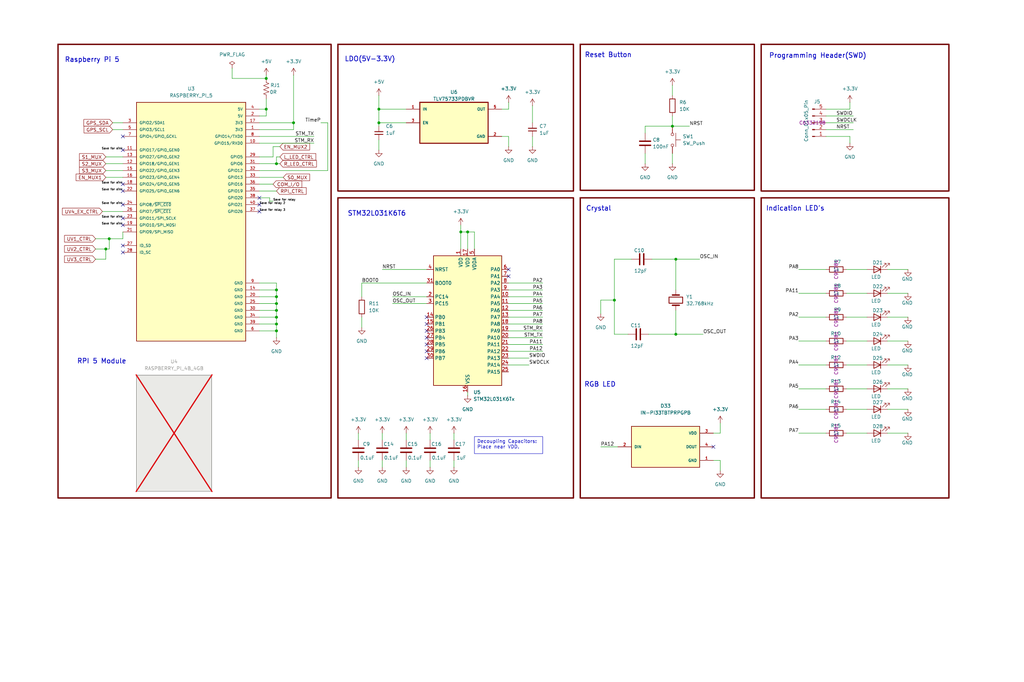
<source format=kicad_sch>
(kicad_sch (version 20250114) (generator "eeschema") (generator_version "9.0")
  (paper "User" 381 254)
  (lib_symbols
    (symbol "Connector:Conn_01x05_Pin" (pin_names (offset 1.016) (hide yes))
      (property "Reference" "J" (at 0 7.62 0))
      (property "Value" "Conn_01x05_Pin" (at 0 -7.62 0))
      (symbol "Conn_01x05_Pin_1_1"
        (pin passive line (at 5.08 5.08 180) (length 3.81) (name "Pin_1") (number "1"))
        (pin passive line (at 5.08 2.54 180) (length 3.81) (name "Pin_2") (number "2"))
        (pin passive line (at 5.08 0 180) (length 3.81) (name "Pin_3") (number "3"))
        (pin passive line (at 5.08 -2.54 180) (length 3.81) (name "Pin_4") (number "4"))
        (pin passive line (at 5.08 -5.08 180) (length 3.81) (name "Pin_5") (number "5"))
      )
    )
    (symbol "Device:C" (pin_numbers (hide yes)) (pin_names (offset 0.254))
      (property "Reference" "C" (at 0.635 2.54 0))
      (property "Value" "C" (at 0.635 -2.54 0))
      (symbol "C_1_1"
        (pin passive line (at 0 3.81 270) (length 2.794) (name "~") (number "1"))
        (pin passive line (at 0 -3.81 90) (length 2.794) (name "~") (number "2"))
      )
    )
    (symbol "Device:C_Small" (pin_numbers (hide yes)) (pin_names (offset 0.254) (hide yes))
      (property "Reference" "C" (at 0.254 1.778 0))
      (property "Value" "C_Small" (at 0.254 -2.032 0))
      (symbol "C_Small_1_1"
        (pin passive line (at 0 2.54 270) (length 2.032) (name "~") (number "1"))
        (pin passive line (at 0 -2.54 90) (length 2.032) (name "~") (number "2"))
      )
    )
    (symbol "Device:Crystal" (pin_numbers (hide yes)) (pin_names (offset 1.016) (hide yes))
      (property "Reference" "Y" (at 0 3.81 0))
      (property "Value" "Crystal" (at 0 -3.81 0))
      (symbol "Crystal_1_1"
        (pin passive line (at -3.81 0 0) (length 1.27) (name "1") (number "1"))
        (pin passive line (at 3.81 0 180) (length 1.27) (name "2") (number "2"))
      )
    )
    (symbol "Device:LED" (pin_numbers (hide yes)) (pin_names (offset 1.016) (hide yes))
      (property "Reference" "D" (at 0 2.54 0))
      (property "Value" "LED" (at 0 -2.54 0))
      (symbol "LED_1_1"
        (pin passive line (at -3.81 0 0) (length 2.54) (name "K") (number "1"))
        (pin passive line (at 3.81 0 180) (length 2.54) (name "A") (number "2"))
      )
    )
    (symbol "Device:R" (pin_numbers (hide yes)) (pin_names (offset 0))
      (property "Reference" "R" (at 2.032 0 90))
      (property "Value" "R" (at 0 0 90))
      (symbol "R_1_1"
        (pin passive line (at 0 3.81 270) (length 1.27) (name "~") (number "1"))
        (pin passive line (at 0 -3.81 90) (length 1.27) (name "~") (number "2"))
      )
    )
    (symbol "Device:R_US" (pin_numbers (hide yes)) (pin_names (offset 0))
      (property "Reference" "R" (at 2.54 0 90))
      (property "Value" "R_US" (at -2.54 0 90))
      (symbol "R_US_1_1"
        (pin passive line (at 0 3.81 270) (length 1.27) (name "~") (number "1"))
        (pin passive line (at 0 -3.81 90) (length 1.27) (name "~") (number "2"))
      )
    )
    (symbol "IN-PI33TBTPRPGPB:IN-PI33TBTPRPGPB" (pin_names (offset 1.016))
      (property "Reference" "D" (at -12.7 7.62 0))
      (property "Value" "IN-PI33TBTPRPGPB" (at -12.7 -10.16 0))
      (symbol "IN-PI33TBTPRPGPB_0_0"
        (pin input line (at -17.78 0 0) (length 5.08) (name "DIN") (number "2"))
        (pin power_in line (at 17.78 5.08 180) (length 5.08) (name "VDD") (number "3"))
        (pin output line (at 17.78 0 180) (length 5.08) (name "DOUT") (number "4"))
        (pin power_in line (at 17.78 -5.08 180) (length 5.08) (name "GND") (number "1"))
      )
    )
    (symbol "MCU_ST_STM32L0:STM32L031K6Tx"
      (property "Reference" "U" (at -12.7 26.67 0))
      (property "Value" "STM32L031K6Tx" (at 5.08 26.67 0))
      (symbol "STM32L031K6Tx_1_1"
        (pin input line (at -15.24 20.32 0) (length 2.54) (name "NRST") (number "4"))
        (pin input line (at -15.24 15.24 0) (length 2.54) (name "BOOT0") (number "31"))
        (pin bidirectional line (at -15.24 10.16 0) (length 2.54) (name "PC14") (number "2"))
        (pin bidirectional line (at -15.24 7.62 0) (length 2.54) (name "PC15") (number "3"))
        (pin bidirectional line (at -15.24 2.54 0) (length 2.54) (name "PB0") (number "14"))
        (pin bidirectional line (at -15.24 0 0) (length 2.54) (name "PB1") (number "15"))
        (pin bidirectional line (at -15.24 -2.54 0) (length 2.54) (name "PB3") (number "26"))
        (pin bidirectional line (at -15.24 -5.08 0) (length 2.54) (name "PB4") (number "27"))
        (pin bidirectional line (at -15.24 -7.62 0) (length 2.54) (name "PB5") (number "28"))
        (pin bidirectional line (at -15.24 -10.16 0) (length 2.54) (name "PB6") (number "29"))
        (pin bidirectional line (at -15.24 -12.7 0) (length 2.54) (name "PB7") (number "30"))
        (pin power_in line (at -2.54 27.94 270) (length 2.54) (name "VDD") (number "1"))
        (pin power_in line (at 0 27.94 270) (length 2.54) (name "VDD") (number "17"))
        (pin power_in line (at 0 -25.4 90) (length 2.54) (name "VSS") (number "16"))
        (pin passive line (at 0 -25.4 90) (length 2.54) (hide yes) (name "VSS") (number "32"))
        (pin power_in line (at 2.54 27.94 270) (length 2.54) (name "VDDA") (number "5"))
        (pin bidirectional line (at 15.24 20.32 180) (length 2.54) (name "PA0") (number "6"))
        (pin bidirectional line (at 15.24 17.78 180) (length 2.54) (name "PA1") (number "7"))
        (pin bidirectional line (at 15.24 15.24 180) (length 2.54) (name "PA2") (number "8"))
        (pin bidirectional line (at 15.24 12.7 180) (length 2.54) (name "PA3") (number "9"))
        (pin bidirectional line (at 15.24 10.16 180) (length 2.54) (name "PA4") (number "10"))
        (pin bidirectional line (at 15.24 7.62 180) (length 2.54) (name "PA5") (number "11"))
        (pin bidirectional line (at 15.24 5.08 180) (length 2.54) (name "PA6") (number "12"))
        (pin bidirectional line (at 15.24 2.54 180) (length 2.54) (name "PA7") (number "13"))
        (pin bidirectional line (at 15.24 0 180) (length 2.54) (name "PA8") (number "18"))
        (pin bidirectional line (at 15.24 -2.54 180) (length 2.54) (name "PA9") (number "19"))
        (pin bidirectional line (at 15.24 -5.08 180) (length 2.54) (name "PA10") (number "20"))
        (pin bidirectional line (at 15.24 -7.62 180) (length 2.54) (name "PA11") (number "21"))
        (pin bidirectional line (at 15.24 -10.16 180) (length 2.54) (name "PA12") (number "22"))
        (pin bidirectional line (at 15.24 -12.7 180) (length 2.54) (name "PA13") (number "23"))
        (pin bidirectional line (at 15.24 -15.24 180) (length 2.54) (name "PA14") (number "24"))
        (pin bidirectional line (at 15.24 -17.78 180) (length 2.54) (name "PA15") (number "25"))
      )
    )
    (symbol "RASPBERRY_PI_4B_4GB:RASPBERRY_PI_4B_4GB" (pin_names (offset 1.016))
      (property "Reference" "U1" (at 0 38.1 0))
      (property "Value" "RASPBERRY_PI_5" (at 0 35.56 0))
      (symbol "RASPBERRY_PI_4B_4GB_0_0"
        (pin bidirectional line (at -25.4 25.4 0) (length 5.08) (name "GPIO2/SDA1") (number "3"))
        (pin bidirectional line (at -25.4 22.86 0) (length 5.08) (name "GPIO3/SCL1") (number "5"))
        (pin bidirectional line (at -25.4 20.32 0) (length 5.08) (name "GPIO4/GPIO_GCKL") (number "7"))
        (pin bidirectional line (at -25.4 15.24 0) (length 5.08) (name "GPIO17/GPIO_GEN0") (number "11"))
        (pin bidirectional line (at -25.4 12.7 0) (length 5.08) (name "GPIO27/GPIO_GEN2") (number "13"))
        (pin bidirectional line (at -25.4 10.16 0) (length 5.08) (name "GPIO18/GPIO_GEN1") (number "12"))
        (pin bidirectional line (at -25.4 7.62 0) (length 5.08) (name "GPIO22/GPIO_GEN3") (number "15"))
        (pin bidirectional line (at -25.4 5.08 0) (length 5.08) (name "GPIO23/GPIO_GEN4") (number "16"))
        (pin bidirectional line (at -25.4 2.54 0) (length 5.08) (name "GPIO24/GPIO_GEN5") (number "18"))
        (pin bidirectional line (at -25.4 0 0) (length 5.08) (name "GPIO25/GPIO_GEN6") (number "22"))
        (pin bidirectional line (at -25.4 -5.08 0) (length 5.08) (name "GPIO8/~{SPI_CE0}") (number "24"))
        (pin bidirectional line (at -25.4 -7.62 0) (length 5.08) (name "GPIO7/~{SPI_CE1}") (number "26"))
        (pin bidirectional line (at -25.4 -10.16 0) (length 5.08) (name "GPIO11/SPI_SCLK") (number "23"))
        (pin bidirectional line (at -25.4 -12.7 0) (length 5.08) (name "GPIO10/SPI_MOSI") (number "19"))
        (pin bidirectional line (at -25.4 -15.24 0) (length 5.08) (name "GPIO9/SPI_MISO") (number "21"))
        (pin bidirectional line (at -25.4 -20.32 0) (length 5.08) (name "ID_SD") (number "27"))
        (pin bidirectional line (at -25.4 -22.86 0) (length 5.08) (name "ID_SC") (number "28"))
        (pin power_in line (at 25.4 30.48 180) (length 5.08) (name "5V") (number "4"))
        (pin power_in line (at 25.4 27.94 180) (length 5.08) (name "5V") (number "2"))
        (pin power_in line (at 25.4 25.4 180) (length 5.08) (name "3V3") (number "17"))
        (pin power_in line (at 25.4 22.86 180) (length 5.08) (name "3V3") (number "1"))
        (pin bidirectional line (at 25.4 20.32 180) (length 5.08) (name "GPIO14/TXD0") (number "8"))
        (pin bidirectional line (at 25.4 17.78 180) (length 5.08) (name "GPIO15/RXD0") (number "10"))
        (pin bidirectional line (at 25.4 12.7 180) (length 5.08) (name "GPIO5") (number "29"))
        (pin bidirectional line (at 25.4 10.16 180) (length 5.08) (name "GPIO6") (number "31"))
        (pin bidirectional line (at 25.4 7.62 180) (length 5.08) (name "GPIO12") (number "32"))
        (pin bidirectional line (at 25.4 5.08 180) (length 5.08) (name "GPIO13") (number "33"))
        (pin bidirectional line (at 25.4 2.54 180) (length 5.08) (name "GPIO16") (number "36"))
        (pin bidirectional line (at 25.4 0 180) (length 5.08) (name "GPIO19") (number "35"))
        (pin bidirectional line (at 25.4 -2.54 180) (length 5.08) (name "GPIO20") (number "38"))
        (pin bidirectional line (at 25.4 -5.08 180) (length 5.08) (name "GPIO21") (number "40"))
        (pin bidirectional line (at 25.4 -7.62 180) (length 5.08) (name "GPIO26") (number "37"))
        (pin power_in line (at 25.4 -34.29 180) (length 5.08) (name "GND") (number "9"))
        (pin power_in line (at 25.4 -36.83 180) (length 5.08) (name "GND") (number "14"))
        (pin power_in line (at 25.4 -39.37 180) (length 5.08) (name "GND") (number "20"))
        (pin power_in line (at 25.4 -41.91 180) (length 5.08) (name "GND") (number "25"))
        (pin power_in line (at 25.4 -44.45 180) (length 5.08) (name "GND") (number "30"))
        (pin power_in line (at 25.4 -46.99 180) (length 5.08) (name "GND") (number "34"))
        (pin power_in line (at 25.4 -49.53 180) (length 5.08) (name "GND") (number "39"))
        (pin power_in line (at 25.4 -52.07 180) (length 5.08) (name "GND") (number "6"))
      )
    )
    (symbol "RASPBERRY_PI_4B_4GB_1" (pin_names (offset 1.016))
      (property "Reference" "U4" (at 0 38.1 0))
      (property "Value" "RASPBERRY_PI_4B_4GB" (at 0 35.56 0))
    )
    (symbol "Switch:SW_Push" (pin_numbers (hide yes)) (pin_names (offset 1.016) (hide yes))
      (property "Reference" "SW7" (at -1.2701 3.81 90))
      (property "Value" "SW_Push" (at 1.2699 3.81 90))
      (symbol "SW_Push_1_1"
        (pin passive line (at -5.08 0 0) (length 2.54) (name "A") (number "A"))
        (pin passive line (at -5.08 0 0) (length 2.54) (name "B") (number "B"))
        (pin passive line (at 5.08 0 180) (length 2.54) (name "C") (number "C"))
        (pin passive line (at 5.08 0 180) (length 2.54) (name "D") (number "D"))
      )
    )
    (symbol "TLV75733PDBVR:TLV75733PDBVR" (pin_names (offset 1.016))
      (property "Reference" "U" (at -12.7 8.62 0))
      (property "Value" "TLV75733PDBVR" (at -12.7 -11.62 0))
      (symbol "TLV75733PDBVR_0_0"
        (pin input line (at -17.78 5.08 0) (length 5.08) (name "IN") (number "1"))
        (pin bidirectional line (at -17.78 0 0) (length 5.08) (name "EN") (number "3"))
        (pin output line (at 17.78 5.08 180) (length 5.08) (name "OUT") (number "5"))
        (pin power_in line (at 17.78 -5.08 180) (length 5.08) (name "GND") (number "2"))
      )
    )
    (symbol "power:+3.3V" (power) (pin_numbers (hide yes)) (pin_names (offset 0) (hide yes))
      (property "Value" "+3.3V" (at 0 3.556 0))
      (symbol "+3.3V_1_1"
        (pin power_in line (at 0 0 90) (length 0) (name "~") (number "1"))
      )
    )
    (symbol "power:+5V" (power) (pin_numbers (hide yes)) (pin_names (offset 0) (hide yes))
      (property "Value" "+5V" (at 0 3.556 0))
      (symbol "+5V_1_1"
        (pin power_in line (at 0 0 90) (length 0) (name "~") (number "1"))
      )
    )
    (symbol "power:GND" (power) (pin_numbers (hide yes)) (pin_names (offset 0) (hide yes))
      (property "Value" "GND" (at 0 -3.81 0))
      (symbol "GND_1_1"
        (pin power_in line (at 0 0 270) (length 0) (name "~") (number "1"))
      )
    )
    (symbol "power:PWR_FLAG" (power) (pin_numbers (hide yes)) (pin_names (offset 0) (hide yes))
      (property "Value" "PWR_FLAG" (at 0 3.81 0))
      (symbol "PWR_FLAG_0_0"
        (pin power_out line (at 0 0 90) (length 0) (name "~") (number "1"))
      )
    )
  )
  (rectangle (start 215.9 73.66) (end 280.67 185.42) (stroke (width 0.508) (color 110 0 0 1)))
  (rectangle (start 125.73 16.51) (end 213.36 71.12) (stroke (width 0.508) (color 110 0 0 1)))
  (rectangle (start 283.21 16.51) (end 353.06 71.12) (stroke (width 0.508) (color 110 0 0 1)))
  (rectangle (start 21.59 16.51) (end 123.19 185.42) (stroke (width 0.508) (color 110 0 0 1)))
  (rectangle (start 215.9 16.51) (end 280.67 70.866) (stroke (width 0.508) (color 110 0 0 1)))
  (rectangle (start 283.21 73.66) (end 353.06 185.42) (stroke (width 0.508) (color 110 0 0 1)))
  (rectangle (start 125.73 73.66) (end 213.36 185.42) (stroke (width 0.508) (color 110 0 0 1)))
  (text "RGB LED" (at 223.266 143.256 0) (effects (font (size 1.778 1.778) (thickness 0.254) (bold yes))))
  (text "RPI 5 Module\n" (at 37.846 134.62 0) (effects (font (size 1.778 1.778) (thickness 0.254) (bold yes))))
  (text "Raspberry Pi 5" (at 34.29 22.352 0) (effects (font (size 1.778 1.778) (thickness 0.254) (bold yes))))
  (text "LDO(5V-3.3V)\n" (at 137.668 22.098 0) (effects (font (size 1.778 1.778) (thickness 0.254) (bold yes))))
  (text "STM32L031K6T6\n\n" (at 140.208 81.026 0) (effects (font (size 1.778 1.778) (thickness 0.254) (bold yes))))
  (text "Reset Button" (at 226.314 20.574 0) (effects (font (size 1.778 1.778) (thickness 0.254) (bold yes))))
  (text "Indication LED's\n" (at 295.91 77.724 0) (effects (font (size 1.778 1.778) (thickness 0.254) (bold yes))))
  (text "Programming Header(SWD)" (at 304.292 20.828 0) (effects (font (size 1.778 1.778) (thickness 0.254) (bold yes))))
  (text "Crystal" (at 222.758 77.724 0) (effects (font (size 1.778 1.778) (thickness 0.254) (bold yes))))
  (text_box "Decoupling Capacitors: Place near VDD." (at 176.53 162.56 0) (size 25.4 6.35) (margins 0.9525 0.9525 0.9525 0.9525) (effects (font (size 1.27 1.27)) (justify left top)))
  (junction (at 102.87 113.03))
  (junction (at 99.06 29.21))
  (junction (at 102.87 120.65))
  (junction (at 102.87 110.49))
  (junction (at 173.99 86.36))
  (junction (at 251.46 124.46))
  (junction (at 140.97 40.64))
  (junction (at 102.87 115.57))
  (junction (at 99.06 40.64))
  (junction (at 171.45 86.36))
  (junction (at 102.87 107.95))
  (junction (at 102.87 123.19))
  (junction (at 251.46 96.52))
  (junction (at 250.19 46.99))
  (junction (at 109.22 45.72))
  (junction (at 228.6 111.76))
  (junction (at 39.37 92.71))
  (junction (at 102.87 118.11))
  (junction (at 102.87 60.96))
  (junction (at 40.64 88.9))
  (junction (at 140.97 45.72))
  (no_connect (at 96.52 78.74))
  (no_connect (at 45.72 55.88))
  (no_connect (at 158.75 120.65))
  (no_connect (at 158.75 123.19))
  (no_connect (at 158.75 133.35))
  (no_connect (at 158.75 118.11))
  (no_connect (at 158.75 130.81))
  (no_connect (at 45.72 83.82))
  (no_connect (at 45.72 76.2))
  (no_connect (at 96.52 76.2))
  (no_connect (at 45.72 50.8))
  (no_connect (at 158.75 128.27))
  (no_connect (at 189.23 102.87))
  (no_connect (at 45.72 81.28))
  (no_connect (at 45.72 71.12))
  (no_connect (at 45.72 93.98))
  (no_connect (at 265.43 166.37))
  (no_connect (at 158.75 125.73))
  (no_connect (at 45.72 91.44))
  (no_connect (at 189.23 100.33))
  (no_connect (at 96.52 73.66))
  (no_connect (at 45.72 68.58))
  (wire (pts (xy 228.6 96.52) (xy 234.95 96.52)))
  (wire (pts (xy 104.14 58.42) (xy 102.87 58.42)))
  (wire (pts (xy 297.18 135.89) (xy 307.34 135.89)))
  (wire (pts (xy 316.23 40.64) (xy 307.34 40.64)))
  (wire (pts (xy 314.96 135.89) (xy 322.58 135.89)))
  (wire (pts (xy 102.87 118.11) (xy 102.87 120.65)))
  (wire (pts (xy 96.52 43.18) (xy 99.06 43.18)))
  (wire (pts (xy 101.6 74.93) (xy 100.33 74.93)))
  (wire (pts (xy 101.6 68.58) (xy 96.52 68.58)))
  (wire (pts (xy 171.45 86.36) (xy 171.45 83.82)))
  (wire (pts (xy 96.52 105.41) (xy 102.87 105.41)))
  (wire (pts (xy 35.56 92.71) (xy 39.37 92.71)))
  (wire (pts (xy 250.19 57.15) (xy 250.19 60.96)))
  (wire (pts (xy 228.6 111.76) (xy 228.6 124.46)))
  (wire (pts (xy 330.2 161.29) (xy 337.82 161.29)))
  (wire (pts (xy 96.52 40.64) (xy 99.06 40.64)))
  (wire (pts (xy 240.03 57.15) (xy 240.03 60.96)))
  (wire (pts (xy 251.46 96.52) (xy 260.35 96.52)))
  (wire (pts (xy 96.52 53.34) (xy 116.84 53.34)))
  (wire (pts (xy 109.22 27.94) (xy 109.22 45.72)))
  (wire (pts (xy 134.62 118.11) (xy 134.62 121.92)))
  (wire (pts (xy 140.97 45.72) (xy 151.13 45.72)))
  (wire (pts (xy 314.96 127) (xy 322.58 127)))
  (wire (pts (xy 198.12 50.8) (xy 198.12 54.61)))
  (wire (pts (xy 121.92 45.72) (xy 119.38 45.72)))
  (wire (pts (xy 38.1 78.74) (xy 45.72 78.74)))
  (wire (pts (xy 40.64 92.71) (xy 40.64 88.9)))
  (wire (pts (xy 241.3 124.46) (xy 251.46 124.46)))
  (wire (pts (xy 140.97 52.07) (xy 140.97 55.88)))
  (wire (pts (xy 307.34 43.18) (xy 317.5 43.18)))
  (wire (pts (xy 314.96 109.22) (xy 322.58 109.22)))
  (wire (pts (xy 330.2 127) (xy 337.82 127)))
  (wire (pts (xy 96.52 113.03) (xy 102.87 113.03)))
  (wire (pts (xy 102.87 120.65) (xy 102.87 123.19)))
  (wire (pts (xy 186.69 50.8) (xy 189.23 50.8)))
  (wire (pts (xy 307.34 50.8) (xy 316.23 50.8)))
  (wire (pts (xy 86.36 25.4) (xy 86.36 29.21)))
  (wire (pts (xy 189.23 135.89) (xy 196.85 135.89)))
  (wire (pts (xy 307.34 48.26) (xy 317.5 48.26)))
  (wire (pts (xy 314.96 161.29) (xy 322.58 161.29)))
  (wire (pts (xy 99.06 43.18) (xy 99.06 40.64)))
  (wire (pts (xy 330.2 109.22) (xy 337.82 109.22)))
  (wire (pts (xy 171.45 86.36) (xy 171.45 92.71)))
  (wire (pts (xy 160.02 171.45) (xy 160.02 173.99)))
  (wire (pts (xy 45.72 88.9) (xy 45.72 86.36)))
  (wire (pts (xy 146.05 113.03) (xy 158.75 113.03)))
  (wire (pts (xy 39.37 96.52) (xy 39.37 92.71)))
  (wire (pts (xy 140.97 45.72) (xy 140.97 46.99)))
  (wire (pts (xy 330.2 118.11) (xy 337.82 118.11)))
  (wire (pts (xy 102.87 105.41) (xy 102.87 107.95)))
  (wire (pts (xy 297.18 161.29) (xy 307.34 161.29)))
  (wire (pts (xy 102.87 123.19) (xy 102.87 125.73)))
  (wire (pts (xy 198.12 39.37) (xy 198.12 45.72)))
  (wire (pts (xy 146.05 110.49) (xy 158.75 110.49)))
  (wire (pts (xy 330.2 100.33) (xy 337.82 100.33)))
  (wire (pts (xy 265.43 161.29) (xy 267.97 161.29)))
  (wire (pts (xy 267.97 157.48) (xy 267.97 161.29)))
  (wire (pts (xy 251.46 96.52) (xy 251.46 107.95)))
  (wire (pts (xy 250.19 46.99) (xy 256.54 46.99)))
  (wire (pts (xy 102.87 58.42) (xy 102.87 60.96)))
  (wire (pts (xy 223.52 111.76) (xy 223.52 116.84)))
  (wire (pts (xy 265.43 171.45) (xy 267.97 171.45)))
  (wire (pts (xy 96.52 45.72) (xy 109.22 45.72)))
  (wire (pts (xy 109.22 45.72) (xy 109.22 48.26)))
  (wire (pts (xy 41.91 45.72) (xy 45.72 45.72)))
  (wire (pts (xy 314.96 118.11) (xy 322.58 118.11)))
  (wire (pts (xy 297.18 118.11) (xy 307.34 118.11)))
  (wire (pts (xy 173.99 86.36) (xy 176.53 86.36)))
  (wire (pts (xy 223.52 111.76) (xy 228.6 111.76)))
  (wire (pts (xy 189.23 130.81) (xy 201.93 130.81)))
  (wire (pts (xy 96.52 71.12) (xy 102.87 71.12)))
  (wire (pts (xy 297.18 100.33) (xy 307.34 100.33)))
  (wire (pts (xy 240.03 49.53) (xy 240.03 46.99)))
  (wire (pts (xy 168.91 161.29) (xy 168.91 163.83)))
  (wire (pts (xy 250.19 31.75) (xy 250.19 35.56)))
  (wire (pts (xy 223.52 166.37) (xy 229.87 166.37)))
  (wire (pts (xy 39.37 66.04) (xy 45.72 66.04)))
  (wire (pts (xy 101.6 54.61) (xy 104.14 54.61)))
  (wire (pts (xy 134.62 105.41) (xy 158.75 105.41)))
  (wire (pts (xy 100.33 73.66) (xy 96.52 73.66)))
  (wire (pts (xy 39.37 60.96) (xy 45.72 60.96)))
  (wire (pts (xy 160.02 161.29) (xy 160.02 163.83)))
  (wire (pts (xy 96.52 110.49) (xy 102.87 110.49)))
  (wire (pts (xy 228.6 124.46) (xy 233.68 124.46)))
  (wire (pts (xy 168.91 171.45) (xy 168.91 173.99)))
  (wire (pts (xy 96.52 50.8) (xy 116.84 50.8)))
  (wire (pts (xy 316.23 50.8) (xy 316.23 53.34)))
  (wire (pts (xy 189.23 125.73) (xy 201.93 125.73)))
  (wire (pts (xy 96.52 115.57) (xy 102.87 115.57)))
  (wire (pts (xy 102.87 113.03) (xy 102.87 115.57)))
  (wire (pts (xy 242.57 96.52) (xy 251.46 96.52)))
  (wire (pts (xy 96.52 118.11) (xy 102.87 118.11)))
  (wire (pts (xy 201.93 110.49) (xy 189.23 110.49)))
  (wire (pts (xy 86.36 29.21) (xy 99.06 29.21)))
  (wire (pts (xy 102.87 115.57) (xy 102.87 118.11)))
  (wire (pts (xy 251.46 124.46) (xy 261.62 124.46)))
  (wire (pts (xy 39.37 63.5) (xy 45.72 63.5)))
  (wire (pts (xy 140.97 35.56) (xy 140.97 40.64)))
  (wire (pts (xy 133.35 171.45) (xy 133.35 173.99)))
  (wire (pts (xy 142.24 171.45) (xy 142.24 173.99)))
  (wire (pts (xy 201.93 128.27) (xy 189.23 128.27)))
  (wire (pts (xy 96.52 66.04) (xy 105.41 66.04)))
  (wire (pts (xy 102.87 60.96) (xy 104.14 60.96)))
  (wire (pts (xy 201.93 120.65) (xy 189.23 120.65)))
  (wire (pts (xy 297.18 127) (xy 307.34 127)))
  (wire (pts (xy 189.23 123.19) (xy 201.93 123.19)))
  (wire (pts (xy 121.92 45.72) (xy 121.92 63.5)))
  (wire (pts (xy 134.62 110.49) (xy 134.62 105.41)))
  (wire (pts (xy 40.64 88.9) (xy 45.72 88.9)))
  (wire (pts (xy 102.87 110.49) (xy 102.87 113.03)))
  (wire (pts (xy 102.87 107.95) (xy 102.87 110.49)))
  (wire (pts (xy 133.35 161.29) (xy 133.35 163.83)))
  (wire (pts (xy 201.93 118.11) (xy 189.23 118.11)))
  (wire (pts (xy 189.23 133.35) (xy 196.85 133.35)))
  (wire (pts (xy 99.06 40.64) (xy 99.06 36.83)))
  (wire (pts (xy 189.23 40.64) (xy 189.23 38.1)))
  (wire (pts (xy 314.96 144.78) (xy 322.58 144.78)))
  (wire (pts (xy 297.18 152.4) (xy 307.34 152.4)))
  (wire (pts (xy 201.93 113.03) (xy 189.23 113.03)))
  (wire (pts (xy 142.24 100.33) (xy 158.75 100.33)))
  (wire (pts (xy 100.33 74.93) (xy 100.33 73.66)))
  (wire (pts (xy 240.03 46.99) (xy 250.19 46.99)))
  (wire (pts (xy 109.22 48.26) (xy 96.52 48.26)))
  (wire (pts (xy 189.23 50.8) (xy 189.23 54.61)))
  (wire (pts (xy 35.56 96.52) (xy 39.37 96.52)))
  (wire (pts (xy 39.37 92.71) (xy 40.64 92.71)))
  (wire (pts (xy 330.2 152.4) (xy 337.82 152.4)))
  (wire (pts (xy 96.52 120.65) (xy 102.87 120.65)))
  (wire (pts (xy 101.6 58.42) (xy 96.52 58.42)))
  (wire (pts (xy 316.23 38.1) (xy 316.23 40.64)))
  (wire (pts (xy 140.97 40.64) (xy 151.13 40.64)))
  (wire (pts (xy 228.6 96.52) (xy 228.6 111.76)))
  (wire (pts (xy 96.52 60.96) (xy 102.87 60.96)))
  (wire (pts (xy 201.93 115.57) (xy 189.23 115.57)))
  (wire (pts (xy 330.2 144.78) (xy 337.82 144.78)))
  (wire (pts (xy 142.24 161.29) (xy 142.24 163.83)))
  (wire (pts (xy 173.99 146.05) (xy 173.99 147.32)))
  (wire (pts (xy 140.97 40.64) (xy 140.97 45.72)))
  (wire (pts (xy 176.53 86.36) (xy 176.53 92.71)))
  (wire (pts (xy 297.18 109.22) (xy 307.34 109.22)))
  (wire (pts (xy 201.93 105.41) (xy 189.23 105.41)))
  (wire (pts (xy 173.99 86.36) (xy 173.99 92.71)))
  (wire (pts (xy 251.46 115.57) (xy 251.46 124.46)))
  (wire (pts (xy 201.93 107.95) (xy 189.23 107.95)))
  (wire (pts (xy 314.96 100.33) (xy 322.58 100.33)))
  (wire (pts (xy 35.56 88.9) (xy 40.64 88.9)))
  (wire (pts (xy 99.06 29.21) (xy 99.06 27.94)))
  (wire (pts (xy 101.6 54.61) (xy 101.6 58.42)))
  (wire (pts (xy 151.13 161.29) (xy 151.13 163.83)))
  (wire (pts (xy 186.69 40.64) (xy 189.23 40.64)))
  (wire (pts (xy 96.52 107.95) (xy 102.87 107.95)))
  (wire (pts (xy 314.96 152.4) (xy 322.58 152.4)))
  (wire (pts (xy 41.91 48.26) (xy 45.72 48.26)))
  (wire (pts (xy 307.34 45.72) (xy 317.5 45.72)))
  (wire (pts (xy 96.52 63.5) (xy 121.92 63.5)))
  (wire (pts (xy 330.2 135.89) (xy 337.82 135.89)))
  (wire (pts (xy 151.13 171.45) (xy 151.13 173.99)))
  (wire (pts (xy 171.45 86.36) (xy 173.99 86.36)))
  (wire (pts (xy 267.97 171.45) (xy 267.97 175.26)))
  (wire (pts (xy 39.37 58.42) (xy 45.72 58.42)))
  (wire (pts (xy 96.52 123.19) (xy 102.87 123.19)))
  (wire (pts (xy 297.18 144.78) (xy 307.34 144.78)))
  (wire (pts (xy 250.19 43.18) (xy 250.19 46.99)))
  (label "Save for eink" (at 45.72 76.2 180) (effects (font (size 0.762 0.762))))
  (label "PA2" (at 201.93 105.41 180))
  (label "OSC_IN" (at 260.35 96.52 0))
  (label "SWDIO" (at 196.85 133.35 0))
  (label "NRST" (at 311.15 48.26 0))
  (label "PA7" (at 201.93 118.11 180))
  (label "PA3" (at 297.18 127 180))
  (label "Save for relay 3" (at 96.52 78.74 0) (effects (font (size 0.762 0.762))))
  (label "PA4" (at 201.93 110.49 180))
  (label "PA12" (at 223.52 166.37 0))
  (label "PA11" (at 297.18 109.22 180))
  (label "NRST" (at 142.24 100.33 0))
  (label "STM_TX" (at 116.84 50.8 180))
  (label "PA3" (at 201.93 107.95 180))
  (label "PA2" (at 297.18 118.11 180))
  (label "STM_TX" (at 201.93 125.73 180))
  (label "Save for eink" (at 45.72 55.88 180) (effects (font (size 0.762 0.762))))
  (label "Save for relay 2" (at 96.52 76.2 0) (effects (font (size 0.762 0.762))))
  (label "Save for eink" (at 45.72 83.82 180) (effects (font (size 0.762 0.762))))
  (label "PA11" (at 201.93 128.27 180))
  (label "SWDCLK" (at 196.85 135.89 0))
  (label "OSC_IN" (at 146.05 110.49 0))
  (label "PA12" (at 201.93 130.81 180))
  (label "PA8" (at 297.18 100.33 180))
  (label "PA6" (at 201.93 115.57 180))
  (label "Save for eink" (at 45.72 81.28 180) (effects (font (size 0.762 0.762))))
  (label "PA6" (at 297.18 152.4 180))
  (label "PA7" (at 297.18 161.29 180))
  (label "NRST" (at 256.54 46.99 0))
  (label "SWDCLK" (at 311.15 45.72 0))
  (label "PA4" (at 297.18 135.89 180))
  (label "Save for eink" (at 45.72 71.12 180) (effects (font (size 0.762 0.762))))
  (label "OSC_OUT" (at 261.62 124.46 0))
  (label "TimeP" (at 119.38 45.72 180))
  (label "OSC_OUT" (at 146.05 113.03 0))
  (label "Save for relay" (at 101.6 74.93 0) (effects (font (size 0.762 0.762))))
  (label "BOOT0" (at 134.62 105.41 0))
  (label "PA5" (at 297.18 144.78 180))
  (label "SWDIO" (at 311.15 43.18 0))
  (label "Save for eink" (at 45.72 68.58 180) (effects (font (size 0.762 0.762))))
  (label "STM_RX" (at 201.93 123.19 180))
  (label "STM_RX" (at 116.84 53.34 180))
  (label "PA5" (at 201.93 113.03 180))
  (label "PA8" (at 201.93 120.65 180))
  (global_label "S1_MUX" (shape input) (at 39.37 58.42 180) (property "Intersheetrefs" "${INTERSHEET_REFS}" (effects (hide yes))))
  (global_label "S0_MUX" (shape input) (at 105.41 66.04 0) (property "Intersheetrefs" "${INTERSHEET_REFS}" (effects (hide yes))))
  (global_label "S2_MUX" (shape input) (at 39.37 60.96 180) (property "Intersheetrefs" "${INTERSHEET_REFS}" (effects (hide yes))))
  (global_label "EN_MUX1" (shape input) (at 39.37 66.04 180) (property "Intersheetrefs" "${INTERSHEET_REFS}" (effects (hide yes))))
  (global_label "UV1_CTRL" (shape input) (at 35.56 88.9 180) (property "Intersheetrefs" "${INTERSHEET_REFS}" (effects (hide yes))))
  (global_label "UV4_EX_CTRL" (shape input) (at 38.1 78.74 180) (property "Intersheetrefs" "${INTERSHEET_REFS}" (effects (hide yes))))
  (global_label "RPI_CTRL" (shape input) (at 102.87 71.12 0) (property "Intersheetrefs" "${INTERSHEET_REFS}" (effects (hide yes))))
  (global_label "UV3_CTRL" (shape input) (at 35.56 96.52 180) (property "Intersheetrefs" "${INTERSHEET_REFS}" (effects (hide yes))))
  (global_label "L_LED_CTRL" (shape input) (at 104.14 58.42 0) (property "Intersheetrefs" "${INTERSHEET_REFS}" (effects (hide yes))))
  (global_label "COM_I{slash}O" (shape input) (at 101.6 68.58 0) (property "Intersheetrefs" "${INTERSHEET_REFS}" (effects (hide yes))))
  (global_label "S3_MUX" (shape input) (at 39.37 63.5 180) (property "Intersheetrefs" "${INTERSHEET_REFS}" (effects (hide yes))))
  (global_label "UV2_CTRL" (shape input) (at 35.56 92.71 180) (property "Intersheetrefs" "${INTERSHEET_REFS}" (effects (hide yes))))
  (global_label "GPS_SDA" (shape input) (at 41.91 45.72 180) (property "Intersheetrefs" "${INTERSHEET_REFS}" (effects (hide yes))))
  (global_label "EN_MUX2" (shape input) (at 104.14 54.61 0) (property "Intersheetrefs" "${INTERSHEET_REFS}" (effects (hide yes))))
  (global_label "R_LED_CTRL" (shape input) (at 104.14 60.96 0) (property "Intersheetrefs" "${INTERSHEET_REFS}" (effects (hide yes))))
  (global_label "GPS_SCL" (shape input) (at 41.91 48.26 180) (property "Intersheetrefs" "${INTERSHEET_REFS}" (effects (hide yes))))
  (symbol (lib_id "power:GND") (at 337.82 135.89 0) (mirror y) (unit 1)
    (property "Reference" "#PWR035" (effects (hide yes)))
    (property "Value" "GND" (at 337.566 139.446 0))
    (property "Description" "Power symbol creates a global label with name \"GND\" , ground" (effects (hide yes)))
  )
  (symbol (lib_id "power:GND") (at 142.24 173.99 0) (unit 1)
    (property "Reference" "#PWR095" (effects (hide yes)))
    (property "Value" "GND" (at 142.24 179.07 0))
    (property "Description" "Power symbol creates a global label with name \"GND\" , ground" (effects (hide yes)))
  )
  (symbol (lib_id "Device:LED") (at 326.39 152.4 180) (unit 1)
    (property "Reference" "D27" (at 324.612 149.86 0) (effects (justify right)))
    (property "Value" "LED" (at 324.104 155.194 0) (effects (justify right)))
    (property "Footprint" "LED_SMD:LED_0805_2012Metric" (effects (hide yes)))
    (property "Description" "Light emitting diode" (effects (hide yes)))
    (property "Sim.Pins" "1=K 2=A" (effects (hide yes)))
    (property "Digikey Part No" "754-1127-2-ND" (effects (hide yes)))
    (property "LCSC Part no " "C5875740" (effects (hide yes)))
  )
  (symbol (lib_id "Device:C") (at 142.24 167.64 180) (unit 1)
    (property "Reference" "C14" (at 146.558 165.354 0) (effects (justify left)))
    (property "Value" "0.1uF" (at 148.336 170.434 0) (effects (justify left)))
    (property "Footprint" "Capacitor_SMD:C_0805_2012Metric" (effects (hide yes)))
    (property "Description" "Unpolarized capacitor" (effects (hide yes)))
    (property "Digikey Part No" "311-1140-2-ND" (effects (hide yes)))
    (property "LCSC Part no " "C49678" (effects (hide yes)))
  )
  (symbol (lib_id "Device:LED") (at 326.39 161.29 180) (unit 1)
    (property "Reference" "D28" (at 324.612 158.75 0) (effects (justify right)))
    (property "Value" "LED" (at 324.104 164.084 0) (effects (justify right)))
    (property "Footprint" "LED_SMD:LED_0805_2012Metric" (effects (hide yes)))
    (property "Description" "Light emitting diode" (effects (hide yes)))
    (property "Sim.Pins" "1=K 2=A" (effects (hide yes)))
    (property "Digikey Part No" "754-1127-2-ND" (effects (hide yes)))
    (property "LCSC Part no " "C5875740" (effects (hide yes)))
  )
  (symbol (lib_id "power:GND") (at 337.82 161.29 0) (mirror y) (unit 1)
    (property "Reference" "#PWR041" (effects (hide yes)))
    (property "Value" "GND" (at 337.566 164.846 0))
    (property "Description" "Power symbol creates a global label with name \"GND\" , ground" (effects (hide yes)))
  )
  (symbol (lib_id "power:GND") (at 140.97 55.88 0) (unit 1)
    (property "Reference" "#PWR022" (effects (hide yes)))
    (property "Value" "GND" (at 140.97 60.96 0))
    (property "Description" "Power symbol creates a global label with name \"GND\" , ground" (effects (hide yes)))
  )
  (symbol (lib_id "Device:C_Small") (at 198.12 48.26 180) (unit 1)
    (property "Reference" "C7" (at 200.66 46.9835 0) (effects (justify right)))
    (property "Value" "1uF" (at 200.66 49.5235 0) (effects (justify right)))
    (property "Footprint" "Capacitor_SMD:C_0805_2012Metric" (effects (hide yes)))
    (property "Description" "Unpolarized capacitor, small symbol" (effects (hide yes)))
    (property "Digikey Part No" "CL21B105KBFNNNE" (effects (hide yes)))
    (property "LCSC Part no " "C28323" (effects (hide yes)))
  )
  (symbol (lib_id "Device:R") (at 311.15 135.89 90) (unit 1)
    (property "Reference" "R12" (at 312.928 133.096 90) (effects (justify left)))
    (property "Value" "1k" (at 312.42 135.89 90) (effects (justify left)))
    (property "Footprint" "Resistor_SMD:R_0805_2012Metric" (effects (hide yes)))
    (property "Description" "Resistor" (effects (hide yes)))
    (property "Digikey Part No" "311-1.00KCRTR-ND" (effects (hide yes)))
    (property "LCSC Part no " "C95781" (at 311.15 135.89 0))
  )
  (symbol (lib_id "power:GND") (at 189.23 54.61 0) (unit 1)
    (property "Reference" "#PWR023" (effects (hide yes)))
    (property "Value" "GND" (at 189.23 59.69 0))
    (property "Description" "Power symbol creates a global label with name \"GND\" , ground" (effects (hide yes)))
  )
  (symbol (lib_id "power:+3.3V") (at 133.35 161.29 0) (unit 1)
    (property "Reference" "#PWR090" (effects (hide yes)))
    (property "Value" "+3.3V" (at 133.35 156.21 0))
    (property "Description" "Power symbol creates a global label with name \"+3.3V\"" (effects (hide yes)))
  )
  (symbol (lib_id "power:PWR_FLAG") (at 86.36 25.4 0) (unit 1)
    (property "Reference" "#FLG04" (effects (hide yes)))
    (property "Value" "PWR_FLAG" (at 86.36 20.32 0))
    (property "Description" "Special symbol for telling ERC where power comes from" (effects (hide yes)))
  )
  (symbol (lib_id "power:+3.3V") (at 142.24 161.29 0) (unit 1)
    (property "Reference" "#PWR091" (effects (hide yes)))
    (property "Value" "+3.3V" (at 142.24 156.21 0))
    (property "Description" "Power symbol creates a global label with name \"+3.3V\"" (effects (hide yes)))
  )
  (symbol (lib_id "Device:R") (at 311.15 109.22 90) (unit 1)
    (property "Reference" "R8" (at 312.928 106.426 90) (effects (justify left)))
    (property "Value" "1k" (at 312.42 109.22 90) (effects (justify left)))
    (property "Footprint" "Resistor_SMD:R_0805_2012Metric" (effects (hide yes)))
    (property "Description" "Resistor" (effects (hide yes)))
    (property "Digikey Part No" "311-1.00KCRTR-ND" (effects (hide yes)))
    (property "LCSC Part no " "C95781" (at 311.15 109.22 0))
  )
  (symbol (lib_id "power:GND") (at 337.82 144.78 0) (mirror y) (unit 1)
    (property "Reference" "#PWR038" (effects (hide yes)))
    (property "Value" "GND" (at 337.566 148.336 0))
    (property "Description" "Power symbol creates a global label with name \"GND\" , ground" (effects (hide yes)))
  )
  (symbol (lib_id "Switch:SW_Push") (at 250.19 52.07 270) (unit 1)
    (property "Reference" "SW1" (at 254 50.7999 90) (effects (justify left)))
    (property "Value" "SW_Push" (at 254 53.3399 90) (effects (justify left)))
    (property "Footprint" "TS-1187A-B-A-B:SW_TS-1187A-B-A-B" (effects (hide yes)))
    (property "Description" "Push button switch, generic, two pins" (effects (hide yes)))
    (property "LCSC Part no " "C318884" (effects (hide yes)))
  )
  (symbol (lib_id "power:GND") (at 198.12 54.61 0) (unit 1)
    (property "Reference" "#PWR024" (effects (hide yes)))
    (property "Value" "GND" (at 198.12 59.69 0))
    (property "Description" "Power symbol creates a global label with name \"GND\" , ground" (effects (hide yes)))
  )
  (symbol (lib_id "power:+3.3V") (at 151.13 161.29 0) (unit 1)
    (property "Reference" "#PWR030" (effects (hide yes)))
    (property "Value" "+3.3V" (at 151.13 156.21 0))
    (property "Description" "Power symbol creates a global label with name \"+3.3V\"" (effects (hide yes)))
  )
  (symbol (lib_id "Device:C") (at 151.13 167.64 180) (unit 1)
    (property "Reference" "C15" (at 155.448 165.354 0) (effects (justify left)))
    (property "Value" "0.1uF" (at 157.226 170.434 0) (effects (justify left)))
    (property "Footprint" "Capacitor_SMD:C_0805_2012Metric" (effects (hide yes)))
    (property "Description" "Unpolarized capacitor" (effects (hide yes)))
    (property "Digikey Part No" "311-1140-2-ND" (effects (hide yes)))
    (property "LCSC Part no " "C49678" (effects (hide yes)))
  )
  (symbol (lib_id "Device:R") (at 134.62 114.3 0) (unit 1)
    (property "Reference" "R11" (at 137.16 113.0299 0) (effects (justify left)))
    (property "Value" "10K" (at 137.16 115.5699 0) (effects (justify left)))
    (property "Footprint" "Resistor_SMD:R_0805_2012Metric" (effects (hide yes)))
    (property "Description" "Resistor" (effects (hide yes)))
    (property "Digikey Part No" "RR12P10.0KDTR-ND" (effects (hide yes)))
    (property "LCSC Part no " "C84376" (effects (hide yes)))
  )
  (symbol (lib_id "power:GND") (at 337.82 152.4 0) (mirror y) (unit 1)
    (property "Reference" "#PWR039" (effects (hide yes)))
    (property "Value" "GND" (at 337.566 155.956 0))
    (property "Description" "Power symbol creates a global label with name \"GND\" , ground" (effects (hide yes)))
  )
  (symbol (lib_id "Device:LED") (at 326.39 100.33 180) (unit 1)
    (property "Reference" "D21" (at 324.612 97.79 0) (effects (justify right)))
    (property "Value" "LED" (at 324.104 103.124 0) (effects (justify right)))
    (property "Footprint" "LED_SMD:LED_0805_2012Metric" (effects (hide yes)))
    (property "Description" "Light emitting diode" (effects (hide yes)))
    (property "Sim.Pins" "1=K 2=A" (effects (hide yes)))
    (property "Digikey Part No" "754-1127-2-ND" (effects (hide yes)))
    (property "LCSC Part no " "C5875740" (effects (hide yes)))
  )
  (symbol (lib_id "IN-PI33TBTPRPGPB:IN-PI33TBTPRPGPB") (at 247.65 166.37 0) (unit 1)
    (property "Reference" "D33" (at 247.65 151.13 0))
    (property "Value" "IN-PI33TBTPRPGPB" (at 247.65 153.67 0))
    (property "Footprint" "IN-PI33TBTPRPGPB:LED_IN-PI33TBTPRPGPB" (effects (hide yes)))
    (property "Description" "Addressable Lighting series 1 LED Discrete Serial (Shift Register) Red, Green, Blue (RGB) 3.50mm L x 3.50mm W" (effects (hide yes)))
    (property "MP" "IN-PI33TBTPRPGPB" (effects (hide yes)))
    (property "Digikey Part No" "1830-1208-2-ND" (effects (hide yes)))
    (property "LCSC Part no " "C527089" (effects (hide yes)))
  )
  (symbol (lib_id "MCU_ST_STM32L0:STM32L031K6Tx") (at 173.99 120.65 0) (unit 1)
    (property "Reference" "U5" (at 176.1333 146.05 0) (effects (justify left)))
    (property "Value" "STM32L031K6Tx" (at 176.1333 148.59 0) (effects (justify left)))
    (property "Footprint" "Package_QFP:LQFP-32_7x7mm_P0.8mm" (effects (hide yes)))
    (property "Datasheet" "https://www.st.com/resource/en/datasheet/stm32l031k6.pdf" (effects (hide yes)))
    (property "Description" "STMicroelectronics Arm Cortex-M0+ MCU, 32KB flash, 8KB RAM, 32 MHz, 1.65-3.6V, 25 GPIO, LQFP32" (effects (hide yes)))
    (property "LCSC Part no " "C94085" (effects (hide yes)))
  )
  (symbol (lib_id "power:GND") (at 102.87 125.73 0) (unit 1)
    (property "Reference" "#PWR037" (effects (hide yes)))
    (property "Value" "GND" (at 102.87 130.81 0))
    (property "Description" "Power symbol creates a global label with name \"GND\" , ground" (effects (hide yes)))
  )
  (symbol (lib_id "power:GND") (at 337.82 118.11 0) (mirror y) (unit 1)
    (property "Reference" "#PWR032" (effects (hide yes)))
    (property "Value" "GND" (at 337.566 121.666 0))
    (property "Description" "Power symbol creates a global label with name \"GND\" , ground" (effects (hide yes)))
  )
  (symbol (lib_id "power:GND") (at 250.19 60.96 0) (unit 1)
    (property "Reference" "#PWR027" (effects (hide yes)))
    (property "Value" "GND" (at 250.19 66.04 0))
    (property "Description" "Power symbol creates a global label with name \"GND\" , ground" (effects (hide yes)))
  )
  (symbol (lib_id "power:+5V") (at 99.06 27.94 0) (unit 1)
    (property "Reference" "#PWR018" (effects (hide yes)))
    (property "Value" "+5V" (at 99.06 22.86 0))
    (property "Description" "Power symbol creates a global label with name \"+5V\"" (effects (hide yes)))
  )
  (symbol (lib_id "RASPBERRY_PI_4B_4GB:RASPBERRY_PI_4B_4GB") (at 71.12 71.12 0) (unit 1)
    (property "Reference" "U3" (at 71.12 33.02 0))
    (property "Value" "RASPBERRY_PI_5" (at 71.12 35.56 0))
    (property "Footprint" "Connector_PinHeader_2.54mm:PinHeader_2x20_P2.54mm_Vertical" (effects (hide yes)))
    (property "MF" "Raspberry Pi" (effects (hide yes)))
    (property "LCSC Part no " "C5224014" (effects (hide yes)))
  )
  (symbol (lib_id "power:GND") (at 168.91 173.99 0) (unit 1)
    (property "Reference" "#PWR098" (effects (hide yes)))
    (property "Value" "GND" (at 168.91 179.07 0))
    (property "Description" "Power symbol creates a global label with name \"GND\" , ground" (effects (hide yes)))
  )
  (symbol (lib_id "power:GND") (at 133.35 173.99 0) (unit 1)
    (property "Reference" "#PWR094" (effects (hide yes)))
    (property "Value" "GND" (at 133.35 179.07 0))
    (property "Description" "Power symbol creates a global label with name \"GND\" , ground" (effects (hide yes)))
  )
  (symbol (lib_id "TLV75733PDBVR:TLV75733PDBVR") (at 168.91 45.72 0) (unit 1)
    (property "Reference" "U6" (at 168.91 34.29 0))
    (property "Value" "TLV75733PDBVR" (at 168.91 36.83 0))
    (property "Footprint" "TLV75733PDBVR:SOT95P280X145-5N" (effects (hide yes)))
    (property "SnapEDA_Link" "https://www.snapeda.com/parts/TLV75733PDBVR/Texas+Instruments/view-part/?ref=snap" (effects (hide yes)))
    (property "Description_1" "1-A, low-IQ high-accuracy low-dropout (LDO) voltage regulator with enable" (effects (hide yes)))
    (property "MF" "Texas Instruments" (effects (hide yes)))
    (property "Package" "SOT-23-5 Texas Instruments" (effects (hide yes)))
    (property "Check_prices" "https://www.snapeda.com/parts/TLV75733PDBVR/Texas+Instruments/view-part/?ref=eda" (effects (hide yes)))
    (property "MP" "TLV75733PDBVR" (effects (hide yes)))
    (property "Digikey Part No" "296-50414-2-ND" (effects (hide yes)))
    (property "LCSC Part no " "C485517" (effects (hide yes)))
  )
  (symbol (lib_id "power:+3.3V") (at 109.22 27.94 0) (unit 1)
    (property "Reference" "#PWR019" (effects (hide yes)))
    (property "Value" "+3.3V" (at 109.22 22.86 0))
    (property "Description" "Power symbol creates a global label with name \"+3.3V\"" (effects (hide yes)))
  )
  (symbol (lib_name "RASPBERRY_PI_4B_4GB_1") (lib_id "RASPBERRY_PI_4B_4GB:RASPBERRY_PI_4B_4GB") (at 64.77 172.72 0) (unit 1) (dnp yes)
    (property "Reference" "U4" (at 64.77 134.62 0))
    (property "Value" "RASPBERRY_PI_4B_4GB" (at 64.77 137.16 0))
    (property "Footprint" "RASPBERRY_PI_4B_4GB:MODULE_RASPBERRY_PI_4B_4GB" (effects (hide yes)))
    (property "MF" "Raspberry Pi" (effects (hide yes)))
    (property "MAXIMUM_PACKAGE_HEIGHT" "16 mm" (effects (hide yes)))
    (property "Package" "None" (effects (hide yes)))
    (property "Price" "None" (effects (hide yes)))
    (property "Check_prices" "https://www.snapeda.com/parts/RASPBERRY%20PI%204B/4GB/Raspberry+Pi/view-part/?ref=eda" (effects (hide yes)))
    (property "STANDARD" "Manufacturer Recommendations" (effects (hide yes)))
    (property "PARTREV" "4" (effects (hide yes)))
    (property "SnapEDA_Link" "https://www.snapeda.com/parts/RASPBERRY%20PI%204B/4GB/Raspberry+Pi/view-part/?ref=snap" (effects (hide yes)))
    (property "MP" "RASPBERRY PI 4B/4GB" (effects (hide yes)))
    (property "Description_1" "BCM2711 Raspberry Pi 4 Model B 4GB - ARM® Cortex®-A72 MPU Embedded Evaluation Board" (effects (hide yes)))
    (property "Digikey Part No" "SC1113" (effects (hide yes)))
    (property "Availability" "Not in stock" (effects (hide yes)))
    (property "SNAPEDA_PN" "RASPBERRY PI 4B/4GB" (effects (hide yes)))
  )
  (symbol (lib_id "Device:R") (at 311.15 127 90) (unit 1)
    (property "Reference" "R10" (at 312.928 124.206 90) (effects (justify left)))
    (property "Value" "1k" (at 312.42 127 90) (effects (justify left)))
    (property "Footprint" "Resistor_SMD:R_0805_2012Metric" (effects (hide yes)))
    (property "Description" "Resistor" (effects (hide yes)))
    (property "Digikey Part No" "311-1.00KCRTR-ND" (effects (hide yes)))
    (property "LCSC Part no " "C95781" (at 311.15 127 0))
  )
  (symbol (lib_id "power:GND") (at 160.02 173.99 0) (unit 1)
    (property "Reference" "#PWR097" (effects (hide yes)))
    (property "Value" "GND" (at 160.02 179.07 0))
    (property "Description" "Power symbol creates a global label with name \"GND\" , ground" (effects (hide yes)))
  )
  (symbol (lib_id "Device:C") (at 168.91 167.64 180) (unit 1)
    (property "Reference" "C17" (at 173.228 165.354 0) (effects (justify left)))
    (property "Value" "1uF" (at 173.482 170.434 0) (effects (justify left)))
    (property "Footprint" "Capacitor_SMD:C_0805_2012Metric" (effects (hide yes)))
    (property "Description" "Unpolarized capacitor" (effects (hide yes)))
    (property "Digikey Part No" "CL21B105KBFNNNE" (effects (hide yes)))
    (property "LCSC Part no " "C28323" (effects (hide yes)))
  )
  (symbol (lib_id "Device:LED") (at 326.39 109.22 180) (unit 1)
    (property "Reference" "D22" (at 324.612 106.68 0) (effects (justify right)))
    (property "Value" "LED" (at 324.104 112.014 0) (effects (justify right)))
    (property "Footprint" "LED_SMD:LED_0805_2012Metric" (effects (hide yes)))
    (property "Description" "Light emitting diode" (effects (hide yes)))
    (property "Sim.Pins" "1=K 2=A" (effects (hide yes)))
    (property "Digikey Part No" "754-1127-2-ND" (effects (hide yes)))
    (property "LCSC Part no " "C5875740" (effects (hide yes)))
  )
  (symbol (lib_id "Device:C") (at 237.49 124.46 90) (unit 1)
    (property "Reference" "C11" (at 238.506 121.158 90) (effects (justify left)))
    (property "Value" "12pF" (at 239.522 128.778 90) (effects (justify left)))
    (property "Footprint" "Capacitor_SMD:C_0805_2012Metric" (effects (hide yes)))
    (property "Description" "Unpolarized capacitor" (effects (hide yes)))
    (property "Digikey Part No" "600F120JT250XT4K" (effects (hide yes)))
    (property "LCSC Part no " "C1792" (effects (hide yes)))
  )
  (symbol (lib_id "Device:Crystal") (at 251.46 111.76 90) (unit 1)
    (property "Reference" "Y1" (at 255.27 110.4899 90) (effects (justify right)))
    (property "Value" "32.768kHz" (at 255.27 113.0299 90) (effects (justify right)))
    (property "Footprint" "Crystal:Crystal_SMD_3215-2Pin_3.2x1.5mm" (effects (hide yes)))
    (property "Description" "Two pin crystal" (effects (hide yes)))
    (property "Digikey Part No" "FC-135 32.7680KA-AC0" (effects (hide yes)))
    (property "LCSC Part no " "C99010" (effects (hide yes)))
  )
  (symbol (lib_id "Device:C_Small") (at 140.97 49.53 180) (unit 1)
    (property "Reference" "C6" (at 143.51 46.9835 0) (effects (justify right)))
    (property "Value" "1uF" (at 143.51 49.5235 0) (effects (justify right)))
    (property "Footprint" "Capacitor_SMD:C_0805_2012Metric" (effects (hide yes)))
    (property "Description" "Unpolarized capacitor, small symbol" (effects (hide yes)))
    (property "Digikey Part No" "CL21B105KBFNNNE" (effects (hide yes)))
    (property "LCSC Part no " "C28323" (effects (hide yes)))
  )
  (symbol (lib_id "Connector:Conn_01x05_Pin") (at 302.26 45.72 0) (mirror x) (unit 1)
    (property "Reference" "J5" (at 304.038 37.846 0))
    (property "Value" "Conn_01x05_Pin" (at 299.974 44.958 90))
    (property "Footprint" "Connector_PinHeader_2.54mm:PinHeader_1x05_P2.54mm_Vertical" (effects (hide yes)))
    (property "Description" "Generic connector, single row, 01x05, script generated" (effects (hide yes)))
    (property "LCSC Part no " "C6332198" (at 302.26 45.72 0))
  )
  (symbol (lib_id "power:GND") (at 151.13 173.99 0) (unit 1)
    (property "Reference" "#PWR096" (effects (hide yes)))
    (property "Value" "GND" (at 151.13 179.07 0))
    (property "Description" "Power symbol creates a global label with name \"GND\" , ground" (effects (hide yes)))
  )
  (symbol (lib_id "power:+5V") (at 140.97 35.56 0) (unit 1)
    (property "Reference" "#PWR020" (effects (hide yes)))
    (property "Value" "+5V" (at 140.97 30.48 0))
    (property "Description" "Power symbol creates a global label with name \"+5V\"" (effects (hide yes)))
  )
  (symbol (lib_id "power:+3.3V") (at 267.97 157.48 0) (unit 1)
    (property "Reference" "#PWR068" (effects (hide yes)))
    (property "Value" "+3.3V" (at 267.97 152.4 0))
    (property "Description" "Power symbol creates a global label with name \"+3.3V\"" (effects (hide yes)))
  )
  (symbol (lib_id "power:+3.3V") (at 168.91 161.29 0) (unit 1)
    (property "Reference" "#PWR093" (effects (hide yes)))
    (property "Value" "+3.3V" (at 168.91 156.21 0))
    (property "Description" "Power symbol creates a global label with name \"+3.3V\"" (effects (hide yes)))
  )
  (symbol (lib_id "power:GND") (at 240.03 60.96 0) (unit 1)
    (property "Reference" "#PWR026" (effects (hide yes)))
    (property "Value" "GND" (at 240.03 66.04 0))
    (property "Description" "Power symbol creates a global label with name \"GND\" , ground" (effects (hide yes)))
  )
  (symbol (lib_id "Device:R") (at 250.19 39.37 0) (unit 1)
    (property "Reference" "R6" (at 252.73 38.0999 0) (effects (justify left)))
    (property "Value" "10K" (at 252.73 40.6399 0) (effects (justify left)))
    (property "Footprint" "Resistor_SMD:R_0805_2012Metric" (effects (hide yes)))
    (property "Description" "Resistor" (effects (hide yes)))
    (property "Digikey Part No" "RR12P10.0KDTR-ND" (effects (hide yes)))
    (property "LCSC Part no " "C84376" (effects (hide yes)))
  )
  (symbol (lib_id "power:GND") (at 267.97 175.26 0) (mirror y) (unit 1)
    (property "Reference" "#PWR069" (effects (hide yes)))
    (property "Value" "GND" (at 267.97 180.34 0))
    (property "Description" "Power symbol creates a global label with name \"GND\" , ground" (effects (hide yes)))
  )
  (symbol (lib_id "Device:LED") (at 326.39 118.11 180) (unit 1)
    (property "Reference" "D23" (at 324.612 115.57 0) (effects (justify right)))
    (property "Value" "LED" (at 324.104 120.904 0) (effects (justify right)))
    (property "Footprint" "LED_SMD:LED_0805_2012Metric" (effects (hide yes)))
    (property "Description" "Light emitting diode" (effects (hide yes)))
    (property "Sim.Pins" "1=K 2=A" (effects (hide yes)))
    (property "Digikey Part No" "754-1127-2-ND" (effects (hide yes)))
    (property "LCSC Part no " "C5875740" (effects (hide yes)))
  )
  (symbol (lib_id "power:+3.3V") (at 316.23 38.1 0) (unit 1)
    (property "Reference" "#PWR017" (effects (hide yes)))
    (property "Value" "+3.3V" (at 316.23 33.02 0))
    (property "Description" "Power symbol creates a global label with name \"+3.3V\"" (effects (hide yes)))
  )
  (symbol (lib_id "power:+3.3V") (at 189.23 38.1 0) (unit 1)
    (property "Reference" "#PWR048" (effects (hide yes)))
    (property "Value" "+3.3V" (at 189.23 33.02 0))
    (property "Description" "Power symbol creates a global label with name \"+3.3V\"" (effects (hide yes)))
  )
  (symbol (lib_id "Device:LED") (at 326.39 135.89 180) (unit 1)
    (property "Reference" "D25" (at 324.612 133.35 0) (effects (justify right)))
    (property "Value" "LED" (at 324.104 138.684 0) (effects (justify right)))
    (property "Footprint" "LED_SMD:LED_0805_2012Metric" (effects (hide yes)))
    (property "Description" "Light emitting diode" (effects (hide yes)))
    (property "Sim.Pins" "1=K 2=A" (effects (hide yes)))
    (property "Digikey Part No" "754-1127-2-ND" (effects (hide yes)))
    (property "LCSC Part no " "C5875740" (effects (hide yes)))
  )
  (symbol (lib_id "Device:C") (at 238.76 96.52 90) (unit 1)
    (property "Reference" "C10" (at 239.776 93.218 90) (effects (justify left)))
    (property "Value" "12pF" (at 240.792 100.838 90) (effects (justify left)))
    (property "Footprint" "Capacitor_SMD:C_0805_2012Metric" (effects (hide yes)))
    (property "Description" "Unpolarized capacitor" (effects (hide yes)))
    (property "Digikey Part No" "600F120JT250XT4K" (effects (hide yes)))
    (property "LCSC Part no " "C1792" (effects (hide yes)))
  )
  (symbol (lib_id "power:GND") (at 223.52 116.84 0) (unit 1)
    (property "Reference" "#PWR036" (effects (hide yes)))
    (property "Value" "GND" (at 223.52 121.92 0))
    (property "Description" "Power symbol creates a global label with name \"GND\" , ground" (effects (hide yes)))
  )
  (symbol (lib_id "Device:R") (at 311.15 161.29 90) (unit 1)
    (property "Reference" "R15" (at 312.928 158.496 90) (effects (justify left)))
    (property "Value" "1k" (at 312.42 161.29 90) (effects (justify left)))
    (property "Footprint" "Resistor_SMD:R_0805_2012Metric" (effects (hide yes)))
    (property "Description" "Resistor" (effects (hide yes)))
    (property "Digikey Part No" "311-1.00KCRTR-ND" (effects (hide yes)))
    (property "LCSC Part no " "C95781" (at 311.15 161.29 0))
  )
  (symbol (lib_id "power:+3.3V") (at 250.19 31.75 0) (unit 1)
    (property "Reference" "#PWR016" (effects (hide yes)))
    (property "Value" "+3.3V" (at 250.19 26.67 0))
    (property "Description" "Power symbol creates a global label with name \"+3.3V\"" (effects (hide yes)))
  )
  (symbol (lib_id "Device:C") (at 240.03 53.34 0) (unit 1)
    (property "Reference" "C8" (at 242.824 52.07 0) (effects (justify left)))
    (property "Value" "100nF" (at 242.824 54.61 0) (effects (justify left)))
    (property "Footprint" "Capacitor_SMD:C_0805_2012Metric" (effects (hide yes)))
    (property "Description" "Unpolarized capacitor" (effects (hide yes)))
    (property "Digikey Part No" "CC0805KRX7R9BB104" (effects (hide yes)))
    (property "LCSC Part no " "C49678" (effects (hide yes)))
  )
  (symbol (lib_id "Device:R_US") (at 99.06 33.02 0) (unit 1)
    (property "Reference" "RJ1" (at 100.584 31.75 0) (effects (justify left)))
    (property "Value" "0R" (at 100.33 34.29 0) (effects (justify left)))
    (property "Footprint" "Resistor_SMD:R_2512_6332Metric" (effects (hide yes)))
    (property "Description" "1W Thick Film Resistors 200V ±100ppm/℃ ±5% 180Ω 2512 Chip Resistor - Surface Mount ROHS" (effects (hide yes)))
    (property "LCSC Part no " "C2934094" (effects (hide yes)))
  )
  (symbol (lib_id "Device:R") (at 311.15 118.11 90) (unit 1)
    (property "Reference" "R9" (at 312.928 115.316 90) (effects (justify left)))
    (property "Value" "1k" (at 312.42 118.11 90) (effects (justify left)))
    (property "Footprint" "Resistor_SMD:R_0805_2012Metric" (effects (hide yes)))
    (property "Description" "Resistor" (effects (hide yes)))
    (property "Digikey Part No" "311-1.00KCRTR-ND" (effects (hide yes)))
    (property "LCSC Part no " "C95781" (at 311.15 118.11 0))
  )
  (symbol (lib_id "power:GND") (at 173.99 147.32 0) (unit 1)
    (property "Reference" "#PWR040" (effects (hide yes)))
    (property "Value" "GND" (at 173.99 152.4 0))
    (property "Description" "Power symbol creates a global label with name \"GND\" , ground" (effects (hide yes)))
  )
  (symbol (lib_id "Device:LED") (at 326.39 144.78 180) (unit 1)
    (property "Reference" "D26" (at 324.612 142.24 0) (effects (justify right)))
    (property "Value" "LED" (at 324.104 147.574 0) (effects (justify right)))
    (property "Footprint" "LED_SMD:LED_0805_2012Metric" (effects (hide yes)))
    (property "Description" "Light emitting diode" (effects (hide yes)))
    (property "Sim.Pins" "1=K 2=A" (effects (hide yes)))
    (property "Digikey Part No" "754-1127-2-ND" (effects (hide yes)))
    (property "LCSC Part no " "C5875740" (effects (hide yes)))
  )
  (symbol (lib_id "power:GND") (at 337.82 100.33 0) (mirror y) (unit 1)
    (property "Reference" "#PWR029" (effects (hide yes)))
    (property "Value" "GND" (at 337.566 103.886 0))
    (property "Description" "Power symbol creates a global label with name \"GND\" , ground" (effects (hide yes)))
  )
  (symbol (lib_id "Device:R") (at 311.15 144.78 90) (unit 1)
    (property "Reference" "R13" (at 312.928 141.986 90) (effects (justify left)))
    (property "Value" "1k" (at 312.42 144.78 90) (effects (justify left)))
    (property "Footprint" "Resistor_SMD:R_0805_2012Metric" (effects (hide yes)))
    (property "Description" "Resistor" (effects (hide yes)))
    (property "Digikey Part No" "311-1.00KCRTR-ND" (effects (hide yes)))
    (property "LCSC Part no " "C95781" (at 311.15 144.78 0))
  )
  (symbol (lib_id "Device:C") (at 160.02 167.64 180) (unit 1)
    (property "Reference" "C16" (at 164.338 165.354 0) (effects (justify left)))
    (property "Value" "0.1uF" (at 166.116 170.434 0) (effects (justify left)))
    (property "Footprint" "Capacitor_SMD:C_0805_2012Metric" (effects (hide yes)))
    (property "Description" "Unpolarized capacitor" (effects (hide yes)))
    (property "Digikey Part No" "311-1140-2-ND" (effects (hide yes)))
    (property "LCSC Part no " "C49678" (effects (hide yes)))
  )
  (symbol (lib_id "power:+3.3V") (at 198.12 39.37 0) (unit 1)
    (property "Reference" "#PWR021" (effects (hide yes)))
    (property "Value" "+3.3V" (at 198.12 34.29 0))
    (property "Description" "Power symbol creates a global label with name \"+3.3V\"" (effects (hide yes)))
  )
  (symbol (lib_id "power:GND") (at 134.62 121.92 0) (unit 1)
    (property "Reference" "#PWR034" (effects (hide yes)))
    (property "Value" "GND" (at 134.62 127 0))
    (property "Description" "Power symbol creates a global label with name \"GND\" , ground" (effects (hide yes)))
  )
  (symbol (lib_id "power:+3.3V") (at 160.02 161.29 0) (unit 1)
    (property "Reference" "#PWR092" (effects (hide yes)))
    (property "Value" "+3.3V" (at 160.02 156.21 0))
    (property "Description" "Power symbol creates a global label with name \"+3.3V\"" (effects (hide yes)))
  )
  (symbol (lib_id "Device:C") (at 133.35 167.64 180) (unit 1)
    (property "Reference" "C9" (at 137.668 165.354 0) (effects (justify left)))
    (property "Value" "0.1uF" (at 139.446 170.434 0) (effects (justify left)))
    (property "Footprint" "Capacitor_SMD:C_0805_2012Metric" (effects (hide yes)))
    (property "Description" "Unpolarized capacitor" (effects (hide yes)))
    (property "Digikey Part No" "311-1140-2-ND" (effects (hide yes)))
    (property "LCSC Part no " "C49678" (effects (hide yes)))
  )
  (symbol (lib_id "power:+3.3V") (at 171.45 83.82 0) (unit 1)
    (property "Reference" "#PWR028" (effects (hide yes)))
    (property "Value" "+3.3V" (at 171.45 78.74 0))
    (property "Description" "Power symbol creates a global label with name \"+3.3V\"" (effects (hide yes)))
  )
  (symbol (lib_id "power:GND") (at 316.23 53.34 0) (unit 1)
    (property "Reference" "#PWR025" (effects (hide yes)))
    (property "Value" "GND" (at 316.23 58.42 0))
    (property "Description" "Power symbol creates a global label with name \"GND\" , ground" (effects (hide yes)))
  )
  (symbol (lib_id "power:GND") (at 337.82 109.22 0) (mirror y) (unit 1)
    (property "Reference" "#PWR031" (effects (hide yes)))
    (property "Value" "GND" (at 337.566 112.776 0))
    (property "Description" "Power symbol creates a global label with name \"GND\" , ground" (effects (hide yes)))
  )
  (symbol (lib_id "Device:R") (at 311.15 152.4 90) (unit 1)
    (property "Reference" "R14" (at 312.928 149.606 90) (effects (justify left)))
    (property "Value" "1k" (at 312.42 152.4 90) (effects (justify left)))
    (property "Footprint" "Resistor_SMD:R_0805_2012Metric" (effects (hide yes)))
    (property "Description" "Resistor" (effects (hide yes)))
    (property "Digikey Part No" "311-1.00KCRTR-ND" (effects (hide yes)))
    (property "LCSC Part no " "C95781" (at 311.15 152.4 0))
  )
  (symbol (lib_id "power:GND") (at 337.82 127 0) (mirror y) (unit 1)
    (property "Reference" "#PWR033" (effects (hide yes)))
    (property "Value" "GND" (at 337.566 130.556 0))
    (property "Description" "Power symbol creates a global label with name \"GND\" , ground" (effects (hide yes)))
  )
  (symbol (lib_id "Device:LED") (at 326.39 127 180) (unit 1)
    (property "Reference" "D24" (at 324.612 124.46 0) (effects (justify right)))
    (property "Value" "LED" (at 324.104 129.794 0) (effects (justify right)))
    (property "Footprint" "LED_SMD:LED_0805_2012Metric" (effects (hide yes)))
    (property "Description" "Light emitting diode" (effects (hide yes)))
    (property "Sim.Pins" "1=K 2=A" (effects (hide yes)))
    (property "Digikey Part No" "754-1127-2-ND" (effects (hide yes)))
    (property "LCSC Part no " "C5875740" (effects (hide yes)))
  )
  (symbol (lib_id "Device:R") (at 311.15 100.33 90) (unit 1)
    (property "Reference" "R7" (at 312.928 97.536 90) (effects (justify left)))
    (property "Value" "1k" (at 312.42 100.33 90) (effects (justify left)))
    (property "Footprint" "Resistor_SMD:R_0805_2012Metric" (effects (hide yes)))
    (property "Description" "Resistor" (effects (hide yes)))
    (property "Digikey Part No" "311-1.00KCRTR-ND" (effects (hide yes)))
    (property "LCSC Part no " "C95781" (at 311.15 100.33 0))
  )
)
</source>
